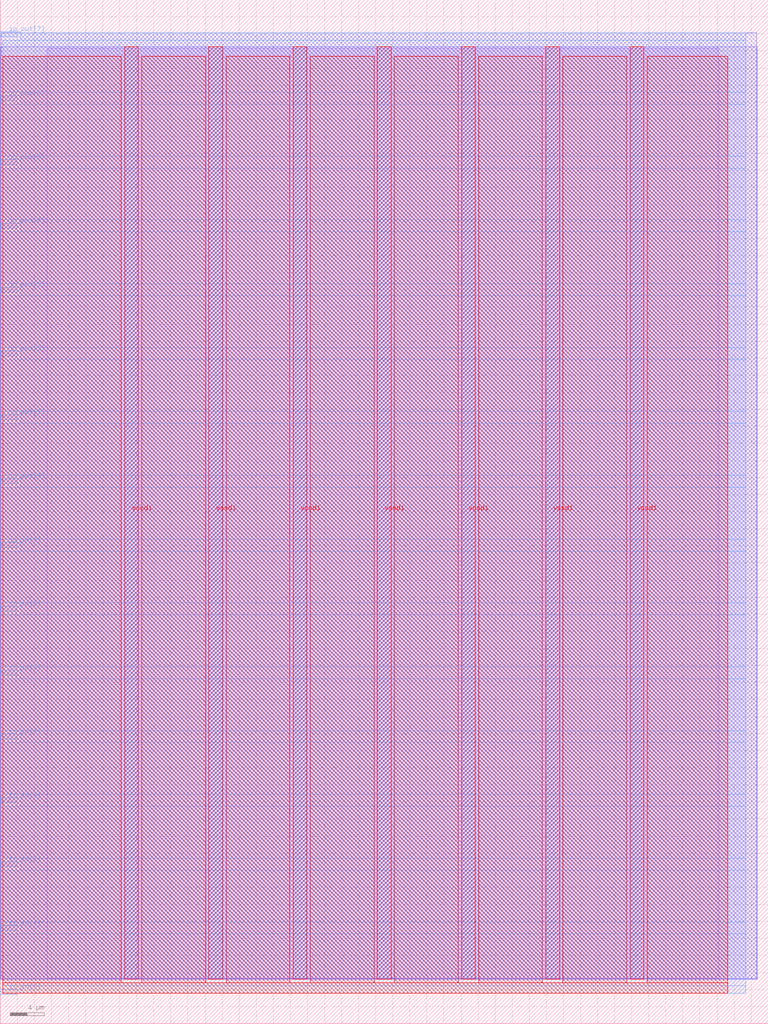
<source format=lef>
VERSION 5.7 ;
  NOWIREEXTENSIONATPIN ON ;
  DIVIDERCHAR "/" ;
  BUSBITCHARS "[]" ;
MACRO tt2_tholin_namebadge
  CLASS BLOCK ;
  FOREIGN tt2_tholin_namebadge ;
  ORIGIN 0.000 0.000 ;
  SIZE 90.000 BY 120.000 ;
  PIN io_in[0]
    DIRECTION INPUT ;
    USE SIGNAL ;
    PORT
      LAYER met3 ;
        RECT 0.000 3.440 2.000 4.040 ;
    END
  END io_in[0]
  PIN io_in[1]
    DIRECTION INPUT ;
    USE SIGNAL ;
    PORT
      LAYER met3 ;
        RECT 0.000 10.920 2.000 11.520 ;
    END
  END io_in[1]
  PIN io_in[2]
    DIRECTION INPUT ;
    USE SIGNAL ;
    PORT
      LAYER met3 ;
        RECT 0.000 18.400 2.000 19.000 ;
    END
  END io_in[2]
  PIN io_in[3]
    DIRECTION INPUT ;
    USE SIGNAL ;
    PORT
      LAYER met3 ;
        RECT 0.000 25.880 2.000 26.480 ;
    END
  END io_in[3]
  PIN io_in[4]
    DIRECTION INPUT ;
    USE SIGNAL ;
    PORT
      LAYER met3 ;
        RECT 0.000 33.360 2.000 33.960 ;
    END
  END io_in[4]
  PIN io_in[5]
    DIRECTION INPUT ;
    USE SIGNAL ;
    PORT
      LAYER met3 ;
        RECT 0.000 40.840 2.000 41.440 ;
    END
  END io_in[5]
  PIN io_in[6]
    DIRECTION INPUT ;
    USE SIGNAL ;
    PORT
      LAYER met3 ;
        RECT 0.000 48.320 2.000 48.920 ;
    END
  END io_in[6]
  PIN io_in[7]
    DIRECTION INPUT ;
    USE SIGNAL ;
    PORT
      LAYER met3 ;
        RECT 0.000 55.800 2.000 56.400 ;
    END
  END io_in[7]
  PIN io_out[0]
    DIRECTION OUTPUT TRISTATE ;
    USE SIGNAL ;
    PORT
      LAYER met3 ;
        RECT 0.000 63.280 2.000 63.880 ;
    END
  END io_out[0]
  PIN io_out[1]
    DIRECTION OUTPUT TRISTATE ;
    USE SIGNAL ;
    PORT
      LAYER met3 ;
        RECT 0.000 70.760 2.000 71.360 ;
    END
  END io_out[1]
  PIN io_out[2]
    DIRECTION OUTPUT TRISTATE ;
    USE SIGNAL ;
    PORT
      LAYER met3 ;
        RECT 0.000 78.240 2.000 78.840 ;
    END
  END io_out[2]
  PIN io_out[3]
    DIRECTION OUTPUT TRISTATE ;
    USE SIGNAL ;
    PORT
      LAYER met3 ;
        RECT 0.000 85.720 2.000 86.320 ;
    END
  END io_out[3]
  PIN io_out[4]
    DIRECTION OUTPUT TRISTATE ;
    USE SIGNAL ;
    PORT
      LAYER met3 ;
        RECT 0.000 93.200 2.000 93.800 ;
    END
  END io_out[4]
  PIN io_out[5]
    DIRECTION OUTPUT TRISTATE ;
    USE SIGNAL ;
    PORT
      LAYER met3 ;
        RECT 0.000 100.680 2.000 101.280 ;
    END
  END io_out[5]
  PIN io_out[6]
    DIRECTION OUTPUT TRISTATE ;
    USE SIGNAL ;
    PORT
      LAYER met3 ;
        RECT 0.000 108.160 2.000 108.760 ;
    END
  END io_out[6]
  PIN io_out[7]
    DIRECTION OUTPUT TRISTATE ;
    USE SIGNAL ;
    PORT
      LAYER met3 ;
        RECT 0.000 115.640 2.000 116.240 ;
    END
  END io_out[7]
  PIN vccd1
    DIRECTION INOUT ;
    USE POWER ;
    PORT
      LAYER met4 ;
        RECT 14.590 5.200 16.190 114.480 ;
    END
    PORT
      LAYER met4 ;
        RECT 34.330 5.200 35.930 114.480 ;
    END
    PORT
      LAYER met4 ;
        RECT 54.070 5.200 55.670 114.480 ;
    END
    PORT
      LAYER met4 ;
        RECT 73.810 5.200 75.410 114.480 ;
    END
  END vccd1
  PIN vssd1
    DIRECTION INOUT ;
    USE GROUND ;
    PORT
      LAYER met4 ;
        RECT 24.460 5.200 26.060 114.480 ;
    END
    PORT
      LAYER met4 ;
        RECT 44.200 5.200 45.800 114.480 ;
    END
    PORT
      LAYER met4 ;
        RECT 63.940 5.200 65.540 114.480 ;
    END
  END vssd1
  OBS
      LAYER li1 ;
        RECT 5.520 5.355 84.180 114.325 ;
      LAYER met1 ;
        RECT 0.070 5.200 88.710 114.480 ;
      LAYER met2 ;
        RECT 0.100 5.255 88.680 116.125 ;
      LAYER met3 ;
        RECT 2.400 115.240 87.335 116.105 ;
        RECT 0.270 109.160 87.335 115.240 ;
        RECT 2.400 107.760 87.335 109.160 ;
        RECT 0.270 101.680 87.335 107.760 ;
        RECT 2.400 100.280 87.335 101.680 ;
        RECT 0.270 94.200 87.335 100.280 ;
        RECT 2.400 92.800 87.335 94.200 ;
        RECT 0.270 86.720 87.335 92.800 ;
        RECT 2.400 85.320 87.335 86.720 ;
        RECT 0.270 79.240 87.335 85.320 ;
        RECT 2.400 77.840 87.335 79.240 ;
        RECT 0.270 71.760 87.335 77.840 ;
        RECT 2.400 70.360 87.335 71.760 ;
        RECT 0.270 64.280 87.335 70.360 ;
        RECT 2.400 62.880 87.335 64.280 ;
        RECT 0.270 56.800 87.335 62.880 ;
        RECT 2.400 55.400 87.335 56.800 ;
        RECT 0.270 49.320 87.335 55.400 ;
        RECT 2.400 47.920 87.335 49.320 ;
        RECT 0.270 41.840 87.335 47.920 ;
        RECT 2.400 40.440 87.335 41.840 ;
        RECT 0.270 34.360 87.335 40.440 ;
        RECT 2.400 32.960 87.335 34.360 ;
        RECT 0.270 26.880 87.335 32.960 ;
        RECT 2.400 25.480 87.335 26.880 ;
        RECT 0.270 19.400 87.335 25.480 ;
        RECT 2.400 18.000 87.335 19.400 ;
        RECT 0.270 11.920 87.335 18.000 ;
        RECT 2.400 10.520 87.335 11.920 ;
        RECT 0.270 4.440 87.335 10.520 ;
        RECT 2.400 3.580 87.335 4.440 ;
      LAYER met4 ;
        RECT 0.295 4.800 14.190 113.385 ;
        RECT 16.590 4.800 24.060 113.385 ;
        RECT 26.460 4.800 33.930 113.385 ;
        RECT 36.330 4.800 43.800 113.385 ;
        RECT 46.200 4.800 53.670 113.385 ;
        RECT 56.070 4.800 63.540 113.385 ;
        RECT 65.940 4.800 73.410 113.385 ;
        RECT 75.810 4.800 85.265 113.385 ;
        RECT 0.295 3.575 85.265 4.800 ;
  END
END tt2_tholin_namebadge
END LIBRARY


</source>
